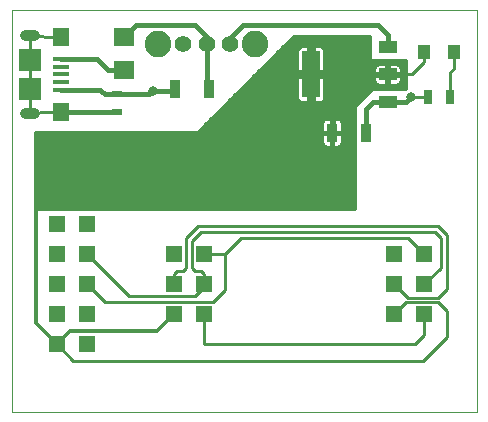
<source format=gtl>
G75*
%MOIN*%
%OFA0B0*%
%FSLAX25Y25*%
%IPPOS*%
%LPD*%
%AMOC8*
5,1,8,0,0,1.08239X$1,22.5*
%
%ADD10C,0.00000*%
%ADD11R,0.05315X0.01575*%
%ADD12R,0.05512X0.06299*%
%ADD13R,0.07480X0.07480*%
%ADD14C,0.03543*%
%ADD15R,0.05906X0.15748*%
%ADD16R,0.05906X0.03937*%
%ADD17R,0.07087X0.06299*%
%ADD18C,0.05600*%
%ADD19C,0.08858*%
%ADD20R,0.03543X0.02362*%
%ADD21R,0.04331X0.04921*%
%ADD22R,0.02756X0.05118*%
%ADD23R,0.03543X0.06299*%
%ADD24R,0.05315X0.05315*%
%ADD25C,0.01600*%
%ADD26C,0.03169*%
%ADD27C,0.01000*%
%ADD28C,0.01200*%
D10*
X0001500Y0001500D02*
X0001500Y0135500D01*
X0156500Y0135500D01*
X0156500Y0001500D01*
X0001500Y0001500D01*
D11*
X0018000Y0108882D03*
X0018000Y0111441D03*
X0018000Y0114000D03*
X0018000Y0116559D03*
X0018000Y0119118D03*
D12*
X0018000Y0126598D03*
X0018000Y0101402D03*
D13*
X0007469Y0109276D03*
X0007469Y0118724D03*
D14*
X0008866Y0126992D02*
X0008866Y0126992D01*
X0006110Y0126992D01*
X0006110Y0126992D01*
X0008866Y0126992D01*
X0008866Y0101008D02*
X0008866Y0101008D01*
X0006110Y0101008D01*
X0006110Y0101008D01*
X0008866Y0101008D01*
D15*
X0101205Y0114000D03*
D16*
X0126795Y0114000D03*
X0126795Y0123055D03*
X0126795Y0104945D03*
D17*
X0039000Y0115488D03*
X0039000Y0126512D03*
D18*
X0058600Y0124000D03*
X0066500Y0124000D03*
X0074400Y0124000D03*
D19*
X0082650Y0124000D03*
X0050350Y0124000D03*
D20*
X0036500Y0107453D03*
X0036500Y0101547D03*
D21*
X0139079Y0121500D03*
X0148921Y0121500D03*
D22*
X0147740Y0106500D03*
X0140260Y0106500D03*
D23*
X0119709Y0094500D03*
X0108291Y0094500D03*
X0067209Y0109000D03*
X0055791Y0109000D03*
D24*
X0026500Y0064000D03*
X0016500Y0064000D03*
X0016500Y0054000D03*
X0026500Y0054000D03*
X0026500Y0044000D03*
X0016500Y0044000D03*
X0016500Y0034000D03*
X0026500Y0034000D03*
X0026500Y0024000D03*
X0016500Y0024000D03*
X0055500Y0034000D03*
X0065500Y0034000D03*
X0065500Y0044000D03*
X0055500Y0044000D03*
X0055500Y0054000D03*
X0065500Y0054000D03*
X0129000Y0054000D03*
X0139000Y0054000D03*
X0139000Y0044000D03*
X0129000Y0044000D03*
X0129000Y0034000D03*
X0139000Y0034000D03*
D25*
X0115500Y0069500D02*
X0009500Y0069500D01*
X0009500Y0094500D01*
X0063500Y0094500D01*
X0095500Y0126500D01*
X0120500Y0126500D01*
X0120500Y0118500D01*
X0132500Y0118500D01*
X0132500Y0109500D01*
X0121500Y0109500D01*
X0115500Y0103500D01*
X0115500Y0069500D01*
X0115500Y0070236D02*
X0009500Y0070236D01*
X0009500Y0071834D02*
X0115500Y0071834D01*
X0115500Y0073433D02*
X0009500Y0073433D01*
X0009500Y0075032D02*
X0115500Y0075032D01*
X0115500Y0076630D02*
X0009500Y0076630D01*
X0009500Y0078229D02*
X0115500Y0078229D01*
X0115500Y0079827D02*
X0009500Y0079827D01*
X0009500Y0081426D02*
X0115500Y0081426D01*
X0115500Y0083024D02*
X0009500Y0083024D01*
X0009500Y0084623D02*
X0115500Y0084623D01*
X0115500Y0086221D02*
X0009500Y0086221D01*
X0009500Y0087820D02*
X0115500Y0087820D01*
X0115500Y0089418D02*
X0009500Y0089418D01*
X0009500Y0091017D02*
X0104746Y0091017D01*
X0104720Y0091113D02*
X0104842Y0090656D01*
X0105079Y0090245D01*
X0105414Y0089910D01*
X0105825Y0089673D01*
X0106283Y0089550D01*
X0108205Y0089550D01*
X0108205Y0094414D01*
X0104720Y0094414D01*
X0104720Y0091113D01*
X0104720Y0092615D02*
X0009500Y0092615D01*
X0009500Y0094214D02*
X0104720Y0094214D01*
X0104720Y0094586D02*
X0108205Y0094586D01*
X0108205Y0094414D01*
X0108377Y0094414D01*
X0108377Y0089550D01*
X0110300Y0089550D01*
X0110758Y0089673D01*
X0111168Y0089910D01*
X0111503Y0090245D01*
X0111740Y0090656D01*
X0111863Y0091113D01*
X0111863Y0094414D01*
X0108377Y0094414D01*
X0108377Y0094586D01*
X0108205Y0094586D01*
X0108205Y0099450D01*
X0106283Y0099450D01*
X0105825Y0099327D01*
X0105414Y0099090D01*
X0105079Y0098755D01*
X0104842Y0098344D01*
X0104720Y0097887D01*
X0104720Y0094586D01*
X0104720Y0095812D02*
X0064812Y0095812D01*
X0066411Y0097411D02*
X0104720Y0097411D01*
X0105334Y0099009D02*
X0068009Y0099009D01*
X0069608Y0100608D02*
X0115500Y0100608D01*
X0115500Y0102206D02*
X0071206Y0102206D01*
X0072805Y0103805D02*
X0115805Y0103805D01*
X0117403Y0105403D02*
X0105819Y0105403D01*
X0105835Y0105431D02*
X0105957Y0105889D01*
X0105957Y0113324D01*
X0101881Y0113324D01*
X0101881Y0114676D01*
X0105957Y0114676D01*
X0105957Y0122111D01*
X0105835Y0122569D01*
X0105598Y0122979D01*
X0105263Y0123314D01*
X0104852Y0123551D01*
X0104394Y0123674D01*
X0101881Y0123674D01*
X0101881Y0114676D01*
X0100528Y0114676D01*
X0100528Y0113324D01*
X0096452Y0113324D01*
X0096452Y0105889D01*
X0096575Y0105431D01*
X0096812Y0105021D01*
X0097147Y0104686D01*
X0097557Y0104449D01*
X0098015Y0104326D01*
X0100528Y0104326D01*
X0100528Y0113324D01*
X0101881Y0113324D01*
X0101881Y0104326D01*
X0104394Y0104326D01*
X0104852Y0104449D01*
X0105263Y0104686D01*
X0105598Y0105021D01*
X0105835Y0105431D01*
X0105957Y0107002D02*
X0119002Y0107002D01*
X0120600Y0108600D02*
X0105957Y0108600D01*
X0105957Y0110199D02*
X0132500Y0110199D01*
X0131188Y0110926D02*
X0131425Y0111337D01*
X0131548Y0111795D01*
X0131548Y0113816D01*
X0126980Y0113816D01*
X0126980Y0114184D01*
X0131548Y0114184D01*
X0131548Y0116205D01*
X0131425Y0116663D01*
X0131188Y0117074D01*
X0130853Y0117409D01*
X0130443Y0117646D01*
X0129985Y0117768D01*
X0126980Y0117768D01*
X0126980Y0114184D01*
X0126611Y0114184D01*
X0126611Y0113816D01*
X0122043Y0113816D01*
X0122043Y0111795D01*
X0122165Y0111337D01*
X0122402Y0110926D01*
X0122737Y0110591D01*
X0123148Y0110354D01*
X0123606Y0110231D01*
X0126611Y0110231D01*
X0126611Y0113816D01*
X0126980Y0113816D01*
X0126980Y0110231D01*
X0129985Y0110231D01*
X0130443Y0110354D01*
X0130853Y0110591D01*
X0131188Y0110926D01*
X0131548Y0111797D02*
X0132500Y0111797D01*
X0132500Y0113396D02*
X0131548Y0113396D01*
X0131548Y0114994D02*
X0132500Y0114994D01*
X0132500Y0116593D02*
X0131444Y0116593D01*
X0132500Y0118191D02*
X0105957Y0118191D01*
X0105957Y0116593D02*
X0122146Y0116593D01*
X0122165Y0116663D02*
X0122043Y0116205D01*
X0122043Y0114184D01*
X0126611Y0114184D01*
X0126611Y0117768D01*
X0123606Y0117768D01*
X0123148Y0117646D01*
X0122737Y0117409D01*
X0122402Y0117074D01*
X0122165Y0116663D01*
X0122043Y0114994D02*
X0105957Y0114994D01*
X0108500Y0114000D02*
X0108500Y0094500D01*
X0108291Y0094500D01*
X0108377Y0094586D02*
X0108377Y0099450D01*
X0110300Y0099450D01*
X0110758Y0099327D01*
X0111168Y0099090D01*
X0111503Y0098755D01*
X0111740Y0098344D01*
X0111863Y0097887D01*
X0111863Y0094586D01*
X0108377Y0094586D01*
X0108377Y0094214D02*
X0108205Y0094214D01*
X0108205Y0095812D02*
X0108377Y0095812D01*
X0108377Y0097411D02*
X0108205Y0097411D01*
X0108205Y0099009D02*
X0108377Y0099009D01*
X0111249Y0099009D02*
X0115500Y0099009D01*
X0115500Y0097411D02*
X0111863Y0097411D01*
X0111863Y0095812D02*
X0115500Y0095812D01*
X0115500Y0094214D02*
X0111863Y0094214D01*
X0111863Y0092615D02*
X0115500Y0092615D01*
X0115500Y0091017D02*
X0111837Y0091017D01*
X0108377Y0091017D02*
X0108205Y0091017D01*
X0108205Y0092615D02*
X0108377Y0092615D01*
X0119500Y0094512D02*
X0119500Y0102500D01*
X0121945Y0104945D01*
X0126795Y0104945D01*
X0132945Y0104945D01*
X0134500Y0106500D01*
X0126980Y0111797D02*
X0126611Y0111797D01*
X0126611Y0113396D02*
X0126980Y0113396D01*
X0126795Y0114000D02*
X0108500Y0114000D01*
X0101205Y0114000D01*
X0101881Y0113396D02*
X0122043Y0113396D01*
X0122043Y0111797D02*
X0105957Y0111797D01*
X0101881Y0111797D02*
X0100528Y0111797D01*
X0100528Y0110199D02*
X0101881Y0110199D01*
X0101881Y0108600D02*
X0100528Y0108600D01*
X0100528Y0107002D02*
X0101881Y0107002D01*
X0101881Y0105403D02*
X0100528Y0105403D01*
X0096591Y0105403D02*
X0074403Y0105403D01*
X0076002Y0107002D02*
X0096452Y0107002D01*
X0096452Y0108600D02*
X0077600Y0108600D01*
X0079199Y0110199D02*
X0096452Y0110199D01*
X0096452Y0111797D02*
X0080797Y0111797D01*
X0082396Y0113396D02*
X0100528Y0113396D01*
X0100528Y0114676D02*
X0096452Y0114676D01*
X0096452Y0122111D01*
X0096575Y0122569D01*
X0096812Y0122979D01*
X0097147Y0123314D01*
X0097557Y0123551D01*
X0098015Y0123674D01*
X0100528Y0123674D01*
X0100528Y0114676D01*
X0100528Y0114994D02*
X0101881Y0114994D01*
X0101881Y0116593D02*
X0100528Y0116593D01*
X0100528Y0118191D02*
X0101881Y0118191D01*
X0101881Y0119790D02*
X0100528Y0119790D01*
X0100528Y0121388D02*
X0101881Y0121388D01*
X0101881Y0122987D02*
X0100528Y0122987D01*
X0096819Y0122987D02*
X0091987Y0122987D01*
X0093585Y0124585D02*
X0120500Y0124585D01*
X0120500Y0122987D02*
X0105590Y0122987D01*
X0105957Y0121388D02*
X0120500Y0121388D01*
X0120500Y0119790D02*
X0105957Y0119790D01*
X0096452Y0119790D02*
X0088790Y0119790D01*
X0090388Y0121388D02*
X0096452Y0121388D01*
X0096452Y0118191D02*
X0087191Y0118191D01*
X0085593Y0116593D02*
X0096452Y0116593D01*
X0096452Y0114994D02*
X0083994Y0114994D01*
X0074500Y0124100D02*
X0074500Y0126500D01*
X0078500Y0130500D01*
X0123500Y0130500D01*
X0126795Y0127205D01*
X0126795Y0123055D01*
X0126611Y0116593D02*
X0126980Y0116593D01*
X0126980Y0114994D02*
X0126611Y0114994D01*
X0120500Y0126184D02*
X0095184Y0126184D01*
X0074500Y0124100D02*
X0074400Y0124000D01*
X0066500Y0124000D02*
X0066500Y0109000D01*
X0067209Y0109000D01*
X0055988Y0108500D02*
X0055791Y0108500D01*
X0055791Y0109000D01*
X0055791Y0108500D02*
X0048500Y0108500D01*
X0047453Y0107453D01*
X0036500Y0107453D01*
X0032547Y0107453D01*
X0031118Y0108882D01*
X0018000Y0108882D01*
X0018000Y0101402D02*
X0036354Y0101402D01*
X0036500Y0101547D01*
X0039000Y0115488D02*
X0033512Y0115488D01*
X0029882Y0119118D01*
X0018000Y0119118D01*
X0039000Y0126512D02*
X0042988Y0130500D01*
X0062500Y0130500D01*
X0066500Y0126500D01*
X0066500Y0124000D01*
D26*
X0048500Y0108500D03*
X0134500Y0106500D03*
D27*
X0140260Y0106500D01*
X0147740Y0106500D02*
X0147740Y0114740D01*
X0148921Y0115921D01*
X0148921Y0121500D01*
X0139079Y0121500D02*
X0139079Y0118079D01*
X0135000Y0114000D01*
X0126795Y0114000D01*
X0143500Y0063500D02*
X0146500Y0060500D01*
X0146500Y0042500D01*
X0143500Y0039500D01*
X0133500Y0039500D01*
X0129000Y0044000D01*
X0133000Y0038000D02*
X0143500Y0038000D01*
X0146500Y0035000D01*
X0146500Y0026500D01*
X0138500Y0018500D01*
X0022000Y0018500D01*
X0016500Y0024000D01*
X0032500Y0038000D02*
X0068500Y0038000D01*
X0072500Y0042000D01*
X0072500Y0048500D01*
X0072500Y0054000D01*
X0065500Y0054000D01*
X0061500Y0049500D02*
X0061500Y0058500D01*
X0064500Y0061500D01*
X0142500Y0061500D01*
X0144500Y0059500D01*
X0144500Y0049500D01*
X0139000Y0044000D01*
X0133000Y0038000D02*
X0129000Y0034000D01*
X0139000Y0034000D02*
X0139000Y0027000D01*
X0136000Y0024000D01*
X0065500Y0024000D01*
X0065500Y0034000D01*
X0062500Y0040000D02*
X0065500Y0043000D01*
X0065500Y0044000D01*
X0065500Y0047500D01*
X0064500Y0048500D01*
X0062500Y0048500D01*
X0061500Y0049500D01*
X0059500Y0049500D02*
X0058500Y0048500D01*
X0056500Y0048500D01*
X0055500Y0047500D01*
X0055500Y0044000D01*
X0059500Y0049500D02*
X0059500Y0059500D01*
X0063500Y0063500D01*
X0143500Y0063500D01*
X0139000Y0054000D02*
X0133500Y0059500D01*
X0078000Y0059500D01*
X0072500Y0054000D01*
X0062500Y0040000D02*
X0040500Y0040000D01*
X0026500Y0054000D01*
X0026500Y0044000D02*
X0032500Y0038000D01*
X0013488Y0101402D02*
X0007488Y0101008D01*
X0007469Y0102008D01*
X0007469Y0109276D01*
X0007469Y0118724D01*
X0007488Y0118724D01*
X0007488Y0126992D01*
X0013488Y0126598D01*
X0018000Y0126598D01*
X0018000Y0101402D02*
X0013488Y0101402D01*
D28*
X0009500Y0072500D02*
X0009500Y0031000D01*
X0016500Y0024000D01*
X0021000Y0028500D01*
X0050000Y0028500D01*
X0055500Y0034000D01*
M02*

</source>
